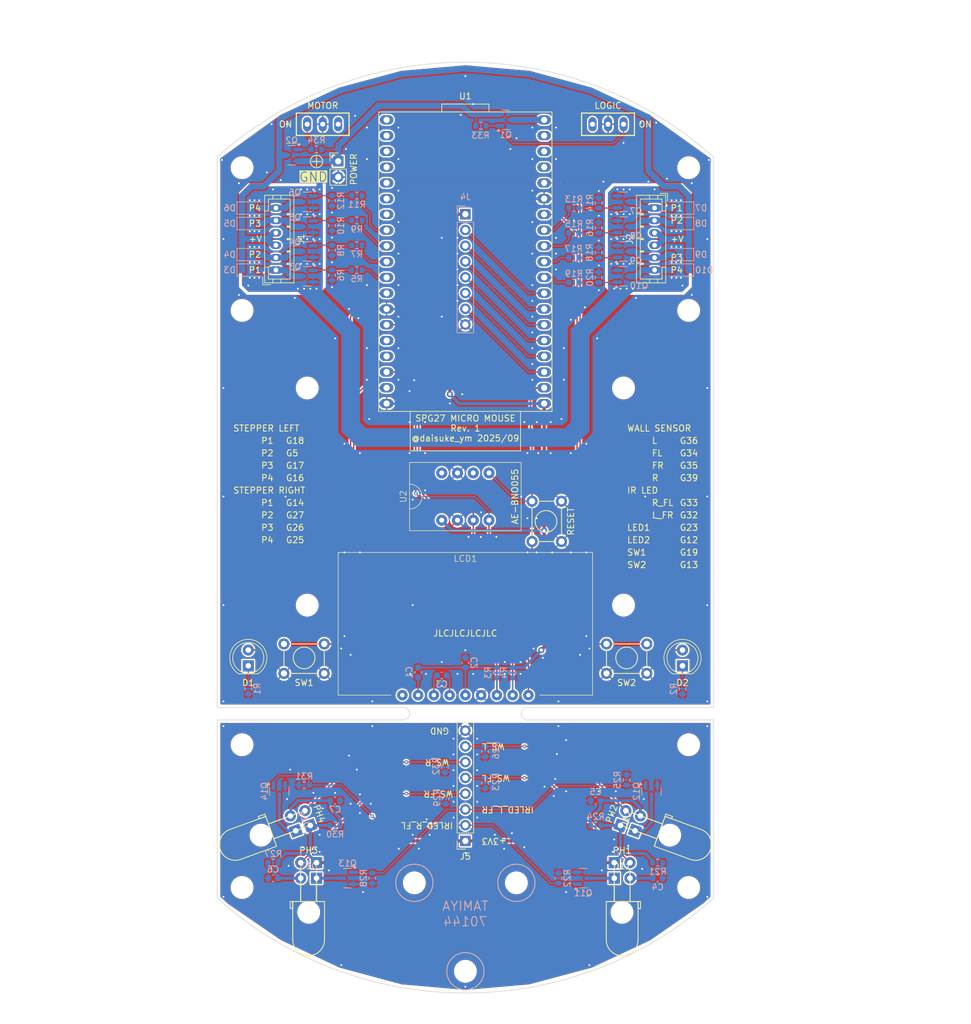
<source format=kicad_pcb>
(kicad_pcb
	(version 20241229)
	(generator "pcbnew")
	(generator_version "9.0")
	(general
		(thickness 1.6)
		(legacy_teardrops no)
	)
	(paper "A4")
	(title_block
		(title "SPG27 Micro Mouse")
		(date "2025-09-01")
		(company "Daisuke YAMASHITA")
	)
	(layers
		(0 "F.Cu" signal)
		(2 "B.Cu" signal)
		(9 "F.Adhes" user "F.Adhesive")
		(11 "B.Adhes" user "B.Adhesive")
		(13 "F.Paste" user)
		(15 "B.Paste" user)
		(5 "F.SilkS" user "F.Silkscreen")
		(7 "B.SilkS" user "B.Silkscreen")
		(1 "F.Mask" user)
		(3 "B.Mask" user)
		(17 "Dwgs.User" user "User.Drawings")
		(19 "Cmts.User" user "User.Comments")
		(21 "Eco1.User" user "User.Eco1")
		(23 "Eco2.User" user "User.Eco2")
		(25 "Edge.Cuts" user)
		(27 "Margin" user)
		(31 "F.CrtYd" user "F.Courtyard")
		(29 "B.CrtYd" user "B.Courtyard")
		(35 "F.Fab" user)
		(33 "B.Fab" user)
		(39 "User.1" user)
		(41 "User.2" user)
		(43 "User.3" user)
		(45 "User.4" user)
		(47 "User.5" user)
		(49 "User.6" user)
		(51 "User.7" user)
		(53 "User.8" user)
		(55 "User.9" user)
	)
	(setup
		(stackup
			(layer "F.SilkS"
				(type "Top Silk Screen")
			)
			(layer "F.Paste"
				(type "Top Solder Paste")
			)
			(layer "F.Mask"
				(type "Top Solder Mask")
				(thickness 0.01)
			)
			(layer "F.Cu"
				(type "copper")
				(thickness 0.035)
			)
			(layer "dielectric 1"
				(type "core")
				(thickness 1.51)
				(material "FR4")
				(epsilon_r 4.5)
				(loss_tangent 0.02)
			)
			(layer "B.Cu"
				(type "copper")
				(thickness 0.035)
			)
			(layer "B.Mask"
				(type "Bottom Solder Mask")
				(thickness 0.01)
			)
			(layer "B.Paste"
				(type "Bottom Solder Paste")
			)
			(layer "B.SilkS"
				(type "Bottom Silk Screen")
			)
			(copper_finish "None")
			(dielectric_constraints no)
		)
		(pad_to_mask_clearance 0)
		(allow_soldermask_bridges_in_footprints no)
		(tenting front back)
		(aux_axis_origin 110 175)
		(grid_origin 150 95)
		(pcbplotparams
			(layerselection 0x00000000_00000000_55555555_5755f5ff)
			(plot_on_all_layers_selection 0x00000000_00000000_00000000_00000000)
			(disableapertmacros no)
			(usegerberextensions yes)
			(usegerberattributes yes)
			(usegerberadvancedattributes no)
			(creategerberjobfile no)
			(dashed_line_dash_ratio 12.000000)
			(dashed_line_gap_ratio 3.000000)
			(svgprecision 4)
			(plotframeref no)
			(mode 1)
			(useauxorigin yes)
			(hpglpennumber 1)
			(hpglpenspeed 20)
			(hpglpendiameter 15.000000)
			(pdf_front_fp_property_popups yes)
			(pdf_back_fp_property_popups yes)
			(pdf_metadata yes)
			(pdf_single_document no)
			(dxfpolygonmode yes)
			(dxfimperialunits yes)
			(dxfusepcbnewfont yes)
			(psnegative no)
			(psa4output no)
			(plot_black_and_white yes)
			(sketchpadsonfab no)
			(plotpadnumbers no)
			(hidednponfab no)
			(sketchdnponfab yes)
			(crossoutdnponfab yes)
			(subtractmaskfromsilk yes)
			(outputformat 1)
			(mirror no)
			(drillshape 0)
			(scaleselection 1)
			(outputdirectory "gerber/")
		)
	)
	(net 0 "")
	(net 1 "GND")
	(net 2 "+3V3")
	(net 3 "Net-(LCD1-VOUT)")
	(net 4 "Net-(LCD1-CAP1N)")
	(net 5 "Net-(LCD1-CAP1P)")
	(net 6 "/LED1")
	(net 7 "/STP1P1X")
	(net 8 "/LED2")
	(net 9 "/SW1")
	(net 10 "/STP1P2X")
	(net 11 "/STP1P3X")
	(net 12 "/WS_FL")
	(net 13 "/STP1P4X")
	(net 14 "/WS_L")
	(net 15 "/STP2P1X")
	(net 16 "/IRLED_L_FR")
	(net 17 "/STP2P3X")
	(net 18 "/IRLED_R_FL")
	(net 19 "/WS_R")
	(net 20 "/WS_FR")
	(net 21 "/STP2P2X")
	(net 22 "/SW2")
	(net 23 "/RESET")
	(net 24 "/SCL")
	(net 25 "/SDA")
	(net 26 "+5V")
	(net 27 "unconnected-(U1-G9{slash}D2-Pad16)")
	(net 28 "unconnected-(U1-G10{slash}D3-Pad17)")
	(net 29 "unconnected-(U1-G11{slash}CMD-Pad18)")
	(net 30 "unconnected-(U1-G6{slash}SCK-Pad20)")
	(net 31 "unconnected-(U1-G7{slash}D0-Pad21)")
	(net 32 "unconnected-(U1-G8{slash}D1-Pad22)")
	(net 33 "/STP2P4X")
	(net 34 "/STP1P1")
	(net 35 "/STP1P2")
	(net 36 "/STP1P3")
	(net 37 "/STP1P4")
	(net 38 "/STP2P1")
	(net 39 "unconnected-(SW4-C-Pad3)")
	(net 40 "/STP2P2")
	(net 41 "/STP2P3")
	(net 42 "/STP2P4")
	(net 43 "unconnected-(LCD1-VO-Pad1)")
	(net 44 "Net-(Q1-G)")
	(net 45 "Net-(Q2-G)")
	(net 46 "Net-(Q3-G)")
	(net 47 "Net-(Q4-G)")
	(net 48 "Net-(Q5-G)")
	(net 49 "Net-(Q6-G)")
	(net 50 "Net-(Q7-G)")
	(net 51 "Net-(Q8-G)")
	(net 52 "Net-(Q9-G)")
	(net 53 "Net-(Q10-G)")
	(net 54 "unconnected-(U1-G4{slash}ADC2_0-Pad26)")
	(net 55 "unconnected-(U2-INT-Pad6)")
	(net 56 "unconnected-(U1-G0{slash}ADC2_1-Pad25)")
	(net 57 "unconnected-(U1-G15{slash}ADC2_3-Pad23)")
	(net 58 "/BT")
	(net 59 "+5VP")
	(net 60 "unconnected-(SW5-C-Pad3)")
	(net 61 "unconnected-(U1-G2{slash}ADC2_2-Pad24)")
	(net 62 "unconnected-(U1-G3{slash}RX-Pad34)")
	(net 63 "unconnected-(U1-G1{slash}TX-Pad35)")
	(net 64 "Net-(D11-A)")
	(net 65 "Net-(D12-A)")
	(net 66 "Net-(D13-A)")
	(net 67 "Net-(D14-A)")
	(net 68 "Net-(D11-K)")
	(net 69 "Net-(D12-K)")
	(net 70 "Net-(D13-K)")
	(net 71 "Net-(D14-K)")
	(net 72 "Net-(D1-K)")
	(net 73 "Net-(D2-K)")
	(net 74 "/IRLED_R_FL_1")
	(net 75 "/IRLED_L_FR_1")
	(net 76 "/WS_FL_1")
	(net 77 "/WS_R_1")
	(net 78 "/WS_L_1")
	(net 79 "/WS_FR_1")
	(footprint "MountingHole:MountingHole_2.1mm" (layer "F.Cu") (at 150 130))
	(footprint "MyLib:AQM1602Y" (layer "F.Cu") (at 150 127))
	(footprint "MountingHole:MountingHole_3.2mm_M3" (layer "F.Cu") (at 175.25 162 180))
	(footprint "MountingHole:MountingHole_3.2mm_M3" (layer "F.Cu") (at 186 42 180))
	(footprint "MyLib:SS12D01G4" (layer "F.Cu") (at 127 35))
	(footprint "MyLib:DTS-6-V-2" (layer "F.Cu") (at 124 121 180))
	(footprint "MountingHole:MountingHole_2.1mm" (layer "F.Cu") (at 146.5 130))
	(footprint "MountingHole:MountingHole_3.2mm_M3" (layer "F.Cu") (at 186 158 180))
	(footprint "MountingHole:MountingHole_3.2mm_M3" (layer "F.Cu") (at 175.5 112.5))
	(footprint "MountingHole:MountingHole_3.2mm_M3" (layer "F.Cu") (at 114 135 180))
	(footprint "MountingHole:MountingHole_2.1mm" (layer "F.Cu") (at 157 130))
	(footprint "MountingHole:MountingHole_3.2mm_M3" (layer "F.Cu") (at 114 65 180))
	(footprint "MyLib:AE-BNO055" (layer "F.Cu") (at 150 95))
	(footprint "LED_THT:LED_D5.0mm_Horizontal_O6.35mm_Z15.0mm" (layer "F.Cu") (at 175 148 70))
	(footprint "MyLib:SS12D01G4" (layer "F.Cu") (at 173 35 180))
	(footprint "MountingHole:MountingHole_3.2mm_M3" (layer "F.Cu") (at 175.5 77.5))
	(footprint "LED_THT:LED_D5.0mm_Horizontal_O3.81mm_Z9.0mm" (layer "F.Cu") (at 174 156.5))
	(footprint "Connector_JST:JST_PH_B6B-PH-K_1x06_P2.00mm_Vertical" (layer "F.Cu") (at 119.45 58.5 90))
	(footprint "MyLib:DTS-6-V-2" (layer "F.Cu") (at 163 99 -90))
	(footprint "MountingHole:MountingHole_3.2mm_M3" (layer "F.Cu") (at 182.945066 149.561545 160))
	(footprint "MountingHole:MountingHole_2.1mm" (layer "F.Cu") (at 143 130))
	(footprint "MountingHole:MountingHole_3.2mm_M3" (layer "F.Cu") (at 124.5 112.5))
	(footprint "LED_THT:LED_D5.0mm" (layer "F.Cu") (at 185 122.275 90))
	(footprint "Connector_PinSocket_2.54mm:PinSocket_1x08_P2.54mm_Vertical" (layer "F.Cu") (at 150 150.5 180))
	(footprint "MountingHole:MountingHole_3.2mm_M3" (layer "F.Cu") (at 124.5 77.5))
	(footprint "MountingHole:MountingHole_3.2mm_M3" (layer "F.Cu") (at 186 65 180))
	(footprint "MountingHole:MountingHole_3.2mm_M3" (layer "F.Cu") (at 117.054934 149.561545 -160))
	(footprint "MyLib:ESP32-DevKitC" (layer "F.Cu") (at 150 57.15 180))
	(footprint "Connector_PinHeader_2.54mm:PinHeader_1x02_P2.54mm_Vertical" (layer "F.Cu") (at 129.5 40.96))
	(footprint "MountingHole:MountingHole_3.2mm_M3" (layer "F.Cu") (at 114 42 180))
	(footprint "Connector_JST:JST_PH_B6B-PH-K_1x06_P2.00mm_Vertical" (layer "F.Cu") (at 180.5 48.5 -90))
	(footprint "MountingHole:MountingHole_3.2mm_M3" (layer "F.Cu") (at 114 158 180))
	(footprint "MountingHole:MountingHole_2.1mm" (layer "F.Cu") (at 153.5 130))
	(footprint "LED_THT:LED_D5.0mm_Horizontal_O6.35mm_Z15.0mm" (layer "F.Cu") (at 174 154))
	(footprint "MyLib:DTS-6-V-2" (layer "F.Cu") (at 176 121 180))
	(footprint "MountingHole:MountingHole_3.2mm_M3" (layer "F.Cu") (at 124.75 162 180))
	(footprint "MountingHole:MountingHole_3.2mm_M3" (layer "F.Cu") (at 186 135 180))
	(footprint "LED_THT:LED_D5.0mm" (layer "F.Cu") (at 115 122.275 90))
	(footprint "LED_THT:LED_D5.0mm_Horizontal_O3.81mm_Z9.0mm" (layer "F.Cu") (at 177.349232 148.85505 70))
	(footprint "Diode_SMD:D_SOD-123F" (layer "B.Cu") (at 184.6 58.5 180))
	(footprint "Diode_SMD:D_SOD-123F" (layer "B.Cu") (at 184.6 56 180))
	(footprint "Resistor_SMD:R_0603_1608Metric" (layer "B.Cu") (at 126 39.05 180))
	(footprint "Package_TO_SOT_SMD:SOT-23" (layer "B.Cu") (at 175.5 59.5))
	(footprint "Resistor_SMD:R_0603_1608Metric" (layer "B.Cu") (at 146.685 138.62 -90))
	(footprint "Package_TO_SOT_SMD:SOT-23" (layer "B.Cu") (at 124.5 51.5 180))
	(footprint "Resistor_SMD:R_0603_1608Metric" (layer "B.Cu") (at 171.5 51.675 -90))
	(footprint "Resistor_SMD:R_0603_1608Metric" (layer "B.Cu") (at 181 154))
	(footprint "Package_TO_SOT_SMD:SOT-23" (layer "B.Cu") (at 124.5 59.5 180))
	(footprint "Resistor_SMD:R_0603_1608Metric"
		(layer "B.Cu")
		(uuid "19b0a119-bc5c-45c1-a29c-885c0e895d87")
		(at 132.5 54.5)
		(descr "Resistor SMD 0603 (1608 Metric), square (rectangular) end terminal, IPC_7351 nominal, (Body size source: IPC-SM-782 page 72, https://www.pcb-3d.com/wordpress/wp-content/uploads/ipc-sm-782a_amendment_1_and_2.pdf), generated with kicad-footprint-generator")
		(tags "resistor")
		(property "Reference" "R7"
			(at 0 1.43 0)
			(layer "B.SilkS")
			(uuid "28b107db-4287-4e66-9924-94a6f8f7caf1")
			(effects
				(font
					(size 1 1)
					(thickness 0.15)
				)
				(justify mirror)
			)
		)
		(property "Value" "10"
			(at 0 -1.43 0)
			(layer "B.Fab")
			(uuid "6f343e99-8d17-444e-ac6b-721a9423cb09")
			(effects
				(font
					(size 1 1)
					(thickness 0.15)
				)
				(justify mirror)
			)
		)
		(property "Datasheet" "~"
			(at 0 0 0)
			(layer "F.Fab")
			(hide yes)
			(uuid "9ed98257-2f58-44c1-8c90-d2b10cbdc327")
			(effects
				(font
					(size 1.27 1.27)
					(thickness 0.15)
				)
			)
		)
		(property "Description" ""
			(at 0 0 0)
			(layer "F.Fab")
			(hide yes)
			(uuid "59743ddf-4f21-475b-a15b-a968b1dd58b0")
			(effects
				(font
					(size 1.27 1.27)
					(thickness 0.15)
				)
			)
		)
		(property ki_fp_filters "R_*")
		(path "/718d9747-0881-4457-bb63-01a0a53ff838")
		(sheetname "/")
		(sheetfile "stepper-mouse-2025b.kicad_sch")
		(attr smd)
		(fp_line
			(start -0.237258 -0.52
... [1128246 chars truncated]
</source>
